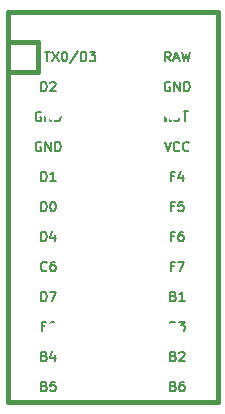
<source format=gto>
G04 #@! TF.GenerationSoftware,KiCad,Pcbnew,(5.1.4-0)*
G04 #@! TF.CreationDate,2021-02-22T20:17:48-07:00*
G04 #@! TF.ProjectId,electrolyte,656c6563-7472-46f6-9c79-74652e6b6963,rev?*
G04 #@! TF.SameCoordinates,Original*
G04 #@! TF.FileFunction,Legend,Top*
G04 #@! TF.FilePolarity,Positive*
%FSLAX46Y46*%
G04 Gerber Fmt 4.6, Leading zero omitted, Abs format (unit mm)*
G04 Created by KiCad (PCBNEW (5.1.4-0)) date 2021-02-22 20:17:48*
%MOMM*%
%LPD*%
G04 APERTURE LIST*
%ADD10C,0.381000*%
%ADD11C,0.150000*%
%ADD12C,4.502000*%
%ADD13C,4.089800*%
%ADD14C,1.852000*%
%ADD15C,1.854600*%
%ADD16R,1.854600X1.854600*%
%ADD17R,1.702000X1.702000*%
%ADD18C,1.702000*%
G04 APERTURE END LIST*
D10*
X38639750Y-19970750D02*
X36099750Y-19970750D01*
X36099750Y-17430750D02*
X36099750Y-19970750D01*
X53879750Y-17430750D02*
X36099750Y-17430750D01*
X53879750Y-19970750D02*
X53879750Y-17430750D01*
D11*
G36*
X49921318Y-26450110D02*
G01*
X49921318Y-26650110D01*
X49821318Y-26650110D01*
X49821318Y-26450110D01*
X49921318Y-26450110D01*
G37*
X49921318Y-26450110D02*
X49921318Y-26650110D01*
X49821318Y-26650110D01*
X49821318Y-26450110D01*
X49921318Y-26450110D01*
G36*
X49521318Y-25850110D02*
G01*
X49521318Y-26650110D01*
X49421318Y-26650110D01*
X49421318Y-25850110D01*
X49521318Y-25850110D01*
G37*
X49521318Y-25850110D02*
X49521318Y-26650110D01*
X49421318Y-26650110D01*
X49421318Y-25850110D01*
X49521318Y-25850110D01*
G36*
X49921318Y-25850110D02*
G01*
X49921318Y-25950110D01*
X49421318Y-25950110D01*
X49421318Y-25850110D01*
X49921318Y-25850110D01*
G37*
X49921318Y-25850110D02*
X49921318Y-25950110D01*
X49421318Y-25950110D01*
X49421318Y-25850110D01*
X49921318Y-25850110D01*
G36*
X49721318Y-26250110D02*
G01*
X49721318Y-26350110D01*
X49621318Y-26350110D01*
X49621318Y-26250110D01*
X49721318Y-26250110D01*
G37*
X49721318Y-26250110D02*
X49721318Y-26350110D01*
X49621318Y-26350110D01*
X49621318Y-26250110D01*
X49721318Y-26250110D01*
G36*
X49921318Y-25850110D02*
G01*
X49921318Y-26150110D01*
X49821318Y-26150110D01*
X49821318Y-25850110D01*
X49921318Y-25850110D01*
G37*
X49921318Y-25850110D02*
X49921318Y-26150110D01*
X49821318Y-26150110D01*
X49821318Y-25850110D01*
X49921318Y-25850110D01*
D10*
X38639750Y-22510750D02*
X36099750Y-22510750D01*
X38639750Y-19970750D02*
X38639750Y-22510750D01*
X53879750Y-50450750D02*
X53879750Y-19970750D01*
X36099750Y-50450750D02*
X53879750Y-50450750D01*
X36099750Y-19970750D02*
X36099750Y-50450750D01*
D11*
X39227401Y-20802654D02*
X39684544Y-20802654D01*
X39455973Y-21602654D02*
X39455973Y-20802654D01*
X39875020Y-20802654D02*
X40408354Y-21602654D01*
X40408354Y-20802654D02*
X39875020Y-21602654D01*
X40865497Y-20802654D02*
X40941687Y-20802654D01*
X41017878Y-20840750D01*
X41055973Y-20878845D01*
X41094068Y-20955035D01*
X41132163Y-21107416D01*
X41132163Y-21297892D01*
X41094068Y-21450273D01*
X41055973Y-21526464D01*
X41017878Y-21564559D01*
X40941687Y-21602654D01*
X40865497Y-21602654D01*
X40789306Y-21564559D01*
X40751211Y-21526464D01*
X40713116Y-21450273D01*
X40675020Y-21297892D01*
X40675020Y-21107416D01*
X40713116Y-20955035D01*
X40751211Y-20878845D01*
X40789306Y-20840750D01*
X40865497Y-20802654D01*
X42046449Y-20764559D02*
X41360735Y-21793130D01*
X42313116Y-21602654D02*
X42313116Y-20802654D01*
X42503592Y-20802654D01*
X42617878Y-20840750D01*
X42694068Y-20916940D01*
X42732163Y-20993130D01*
X42770258Y-21145511D01*
X42770258Y-21259797D01*
X42732163Y-21412178D01*
X42694068Y-21488369D01*
X42617878Y-21564559D01*
X42503592Y-21602654D01*
X42313116Y-21602654D01*
X43036925Y-20802654D02*
X43532163Y-20802654D01*
X43265497Y-21107416D01*
X43379782Y-21107416D01*
X43455973Y-21145511D01*
X43494068Y-21183607D01*
X43532163Y-21259797D01*
X43532163Y-21450273D01*
X43494068Y-21526464D01*
X43455973Y-21564559D01*
X43379782Y-21602654D01*
X43151211Y-21602654D01*
X43075020Y-21564559D01*
X43036925Y-21526464D01*
X38938273Y-24142654D02*
X38938273Y-23342654D01*
X39128750Y-23342654D01*
X39243035Y-23380750D01*
X39319226Y-23456940D01*
X39357321Y-23533130D01*
X39395416Y-23685511D01*
X39395416Y-23799797D01*
X39357321Y-23952178D01*
X39319226Y-24028369D01*
X39243035Y-24104559D01*
X39128750Y-24142654D01*
X38938273Y-24142654D01*
X39700178Y-23418845D02*
X39738273Y-23380750D01*
X39814464Y-23342654D01*
X40004940Y-23342654D01*
X40081130Y-23380750D01*
X40119226Y-23418845D01*
X40157321Y-23495035D01*
X40157321Y-23571226D01*
X40119226Y-23685511D01*
X39662083Y-24142654D01*
X40157321Y-24142654D01*
X38938273Y-34302654D02*
X38938273Y-33502654D01*
X39128750Y-33502654D01*
X39243035Y-33540750D01*
X39319226Y-33616940D01*
X39357321Y-33693130D01*
X39395416Y-33845511D01*
X39395416Y-33959797D01*
X39357321Y-34112178D01*
X39319226Y-34188369D01*
X39243035Y-34264559D01*
X39128750Y-34302654D01*
X38938273Y-34302654D01*
X39890654Y-33502654D02*
X39966845Y-33502654D01*
X40043035Y-33540750D01*
X40081130Y-33578845D01*
X40119226Y-33655035D01*
X40157321Y-33807416D01*
X40157321Y-33997892D01*
X40119226Y-34150273D01*
X40081130Y-34226464D01*
X40043035Y-34264559D01*
X39966845Y-34302654D01*
X39890654Y-34302654D01*
X39814464Y-34264559D01*
X39776369Y-34226464D01*
X39738273Y-34150273D01*
X39700178Y-33997892D01*
X39700178Y-33807416D01*
X39738273Y-33655035D01*
X39776369Y-33578845D01*
X39814464Y-33540750D01*
X39890654Y-33502654D01*
X38938273Y-31762654D02*
X38938273Y-30962654D01*
X39128750Y-30962654D01*
X39243035Y-31000750D01*
X39319226Y-31076940D01*
X39357321Y-31153130D01*
X39395416Y-31305511D01*
X39395416Y-31419797D01*
X39357321Y-31572178D01*
X39319226Y-31648369D01*
X39243035Y-31724559D01*
X39128750Y-31762654D01*
X38938273Y-31762654D01*
X40157321Y-31762654D02*
X39700178Y-31762654D01*
X39928750Y-31762654D02*
X39928750Y-30962654D01*
X39852559Y-31076940D01*
X39776369Y-31153130D01*
X39700178Y-31191226D01*
X38919226Y-28460750D02*
X38843035Y-28422654D01*
X38728750Y-28422654D01*
X38614464Y-28460750D01*
X38538273Y-28536940D01*
X38500178Y-28613130D01*
X38462083Y-28765511D01*
X38462083Y-28879797D01*
X38500178Y-29032178D01*
X38538273Y-29108369D01*
X38614464Y-29184559D01*
X38728750Y-29222654D01*
X38804940Y-29222654D01*
X38919226Y-29184559D01*
X38957321Y-29146464D01*
X38957321Y-28879797D01*
X38804940Y-28879797D01*
X39300178Y-29222654D02*
X39300178Y-28422654D01*
X39757321Y-29222654D01*
X39757321Y-28422654D01*
X40138273Y-29222654D02*
X40138273Y-28422654D01*
X40328750Y-28422654D01*
X40443035Y-28460750D01*
X40519226Y-28536940D01*
X40557321Y-28613130D01*
X40595416Y-28765511D01*
X40595416Y-28879797D01*
X40557321Y-29032178D01*
X40519226Y-29108369D01*
X40443035Y-29184559D01*
X40328750Y-29222654D01*
X40138273Y-29222654D01*
X38919226Y-25920750D02*
X38843035Y-25882654D01*
X38728750Y-25882654D01*
X38614464Y-25920750D01*
X38538273Y-25996940D01*
X38500178Y-26073130D01*
X38462083Y-26225511D01*
X38462083Y-26339797D01*
X38500178Y-26492178D01*
X38538273Y-26568369D01*
X38614464Y-26644559D01*
X38728750Y-26682654D01*
X38804940Y-26682654D01*
X38919226Y-26644559D01*
X38957321Y-26606464D01*
X38957321Y-26339797D01*
X38804940Y-26339797D01*
X39300178Y-26682654D02*
X39300178Y-25882654D01*
X39757321Y-26682654D01*
X39757321Y-25882654D01*
X40138273Y-26682654D02*
X40138273Y-25882654D01*
X40328750Y-25882654D01*
X40443035Y-25920750D01*
X40519226Y-25996940D01*
X40557321Y-26073130D01*
X40595416Y-26225511D01*
X40595416Y-26339797D01*
X40557321Y-26492178D01*
X40519226Y-26568369D01*
X40443035Y-26644559D01*
X40328750Y-26682654D01*
X40138273Y-26682654D01*
X38938273Y-36842654D02*
X38938273Y-36042654D01*
X39128750Y-36042654D01*
X39243035Y-36080750D01*
X39319226Y-36156940D01*
X39357321Y-36233130D01*
X39395416Y-36385511D01*
X39395416Y-36499797D01*
X39357321Y-36652178D01*
X39319226Y-36728369D01*
X39243035Y-36804559D01*
X39128750Y-36842654D01*
X38938273Y-36842654D01*
X40081130Y-36309321D02*
X40081130Y-36842654D01*
X39890654Y-36004559D02*
X39700178Y-36575988D01*
X40195416Y-36575988D01*
X39395416Y-39306464D02*
X39357321Y-39344559D01*
X39243035Y-39382654D01*
X39166845Y-39382654D01*
X39052559Y-39344559D01*
X38976369Y-39268369D01*
X38938273Y-39192178D01*
X38900178Y-39039797D01*
X38900178Y-38925511D01*
X38938273Y-38773130D01*
X38976369Y-38696940D01*
X39052559Y-38620750D01*
X39166845Y-38582654D01*
X39243035Y-38582654D01*
X39357321Y-38620750D01*
X39395416Y-38658845D01*
X40081130Y-38582654D02*
X39928750Y-38582654D01*
X39852559Y-38620750D01*
X39814464Y-38658845D01*
X39738273Y-38773130D01*
X39700178Y-38925511D01*
X39700178Y-39230273D01*
X39738273Y-39306464D01*
X39776369Y-39344559D01*
X39852559Y-39382654D01*
X40004940Y-39382654D01*
X40081130Y-39344559D01*
X40119226Y-39306464D01*
X40157321Y-39230273D01*
X40157321Y-39039797D01*
X40119226Y-38963607D01*
X40081130Y-38925511D01*
X40004940Y-38887416D01*
X39852559Y-38887416D01*
X39776369Y-38925511D01*
X39738273Y-38963607D01*
X39700178Y-39039797D01*
X38938273Y-41922654D02*
X38938273Y-41122654D01*
X39128750Y-41122654D01*
X39243035Y-41160750D01*
X39319226Y-41236940D01*
X39357321Y-41313130D01*
X39395416Y-41465511D01*
X39395416Y-41579797D01*
X39357321Y-41732178D01*
X39319226Y-41808369D01*
X39243035Y-41884559D01*
X39128750Y-41922654D01*
X38938273Y-41922654D01*
X39662083Y-41122654D02*
X40195416Y-41122654D01*
X39852559Y-41922654D01*
X38976369Y-44043607D02*
X39243035Y-44043607D01*
X39357321Y-44462654D02*
X38976369Y-44462654D01*
X38976369Y-43662654D01*
X39357321Y-43662654D01*
X40043035Y-43662654D02*
X39890654Y-43662654D01*
X39814464Y-43700750D01*
X39776369Y-43738845D01*
X39700178Y-43853130D01*
X39662083Y-44005511D01*
X39662083Y-44310273D01*
X39700178Y-44386464D01*
X39738273Y-44424559D01*
X39814464Y-44462654D01*
X39966845Y-44462654D01*
X40043035Y-44424559D01*
X40081130Y-44386464D01*
X40119226Y-44310273D01*
X40119226Y-44119797D01*
X40081130Y-44043607D01*
X40043035Y-44005511D01*
X39966845Y-43967416D01*
X39814464Y-43967416D01*
X39738273Y-44005511D01*
X39700178Y-44043607D01*
X39662083Y-44119797D01*
X39204940Y-46583607D02*
X39319226Y-46621702D01*
X39357321Y-46659797D01*
X39395416Y-46735988D01*
X39395416Y-46850273D01*
X39357321Y-46926464D01*
X39319226Y-46964559D01*
X39243035Y-47002654D01*
X38938273Y-47002654D01*
X38938273Y-46202654D01*
X39204940Y-46202654D01*
X39281130Y-46240750D01*
X39319226Y-46278845D01*
X39357321Y-46355035D01*
X39357321Y-46431226D01*
X39319226Y-46507416D01*
X39281130Y-46545511D01*
X39204940Y-46583607D01*
X38938273Y-46583607D01*
X40081130Y-46469321D02*
X40081130Y-47002654D01*
X39890654Y-46164559D02*
X39700178Y-46735988D01*
X40195416Y-46735988D01*
X39204940Y-49123607D02*
X39319226Y-49161702D01*
X39357321Y-49199797D01*
X39395416Y-49275988D01*
X39395416Y-49390273D01*
X39357321Y-49466464D01*
X39319226Y-49504559D01*
X39243035Y-49542654D01*
X38938273Y-49542654D01*
X38938273Y-48742654D01*
X39204940Y-48742654D01*
X39281130Y-48780750D01*
X39319226Y-48818845D01*
X39357321Y-48895035D01*
X39357321Y-48971226D01*
X39319226Y-49047416D01*
X39281130Y-49085511D01*
X39204940Y-49123607D01*
X38938273Y-49123607D01*
X40119226Y-48742654D02*
X39738273Y-48742654D01*
X39700178Y-49123607D01*
X39738273Y-49085511D01*
X39814464Y-49047416D01*
X40004940Y-49047416D01*
X40081130Y-49085511D01*
X40119226Y-49123607D01*
X40157321Y-49199797D01*
X40157321Y-49390273D01*
X40119226Y-49466464D01*
X40081130Y-49504559D01*
X40004940Y-49542654D01*
X39814464Y-49542654D01*
X39738273Y-49504559D01*
X39700178Y-49466464D01*
X50126940Y-49123607D02*
X50241226Y-49161702D01*
X50279321Y-49199797D01*
X50317416Y-49275988D01*
X50317416Y-49390273D01*
X50279321Y-49466464D01*
X50241226Y-49504559D01*
X50165035Y-49542654D01*
X49860273Y-49542654D01*
X49860273Y-48742654D01*
X50126940Y-48742654D01*
X50203130Y-48780750D01*
X50241226Y-48818845D01*
X50279321Y-48895035D01*
X50279321Y-48971226D01*
X50241226Y-49047416D01*
X50203130Y-49085511D01*
X50126940Y-49123607D01*
X49860273Y-49123607D01*
X51003130Y-48742654D02*
X50850750Y-48742654D01*
X50774559Y-48780750D01*
X50736464Y-48818845D01*
X50660273Y-48933130D01*
X50622178Y-49085511D01*
X50622178Y-49390273D01*
X50660273Y-49466464D01*
X50698369Y-49504559D01*
X50774559Y-49542654D01*
X50926940Y-49542654D01*
X51003130Y-49504559D01*
X51041226Y-49466464D01*
X51079321Y-49390273D01*
X51079321Y-49199797D01*
X51041226Y-49123607D01*
X51003130Y-49085511D01*
X50926940Y-49047416D01*
X50774559Y-49047416D01*
X50698369Y-49085511D01*
X50660273Y-49123607D01*
X50622178Y-49199797D01*
X50126940Y-44043607D02*
X50241226Y-44081702D01*
X50279321Y-44119797D01*
X50317416Y-44195988D01*
X50317416Y-44310273D01*
X50279321Y-44386464D01*
X50241226Y-44424559D01*
X50165035Y-44462654D01*
X49860273Y-44462654D01*
X49860273Y-43662654D01*
X50126940Y-43662654D01*
X50203130Y-43700750D01*
X50241226Y-43738845D01*
X50279321Y-43815035D01*
X50279321Y-43891226D01*
X50241226Y-43967416D01*
X50203130Y-44005511D01*
X50126940Y-44043607D01*
X49860273Y-44043607D01*
X50584083Y-43662654D02*
X51079321Y-43662654D01*
X50812654Y-43967416D01*
X50926940Y-43967416D01*
X51003130Y-44005511D01*
X51041226Y-44043607D01*
X51079321Y-44119797D01*
X51079321Y-44310273D01*
X51041226Y-44386464D01*
X51003130Y-44424559D01*
X50926940Y-44462654D01*
X50698369Y-44462654D01*
X50622178Y-44424559D01*
X50584083Y-44386464D01*
X50126940Y-41503607D02*
X50241226Y-41541702D01*
X50279321Y-41579797D01*
X50317416Y-41655988D01*
X50317416Y-41770273D01*
X50279321Y-41846464D01*
X50241226Y-41884559D01*
X50165035Y-41922654D01*
X49860273Y-41922654D01*
X49860273Y-41122654D01*
X50126940Y-41122654D01*
X50203130Y-41160750D01*
X50241226Y-41198845D01*
X50279321Y-41275035D01*
X50279321Y-41351226D01*
X50241226Y-41427416D01*
X50203130Y-41465511D01*
X50126940Y-41503607D01*
X49860273Y-41503607D01*
X51079321Y-41922654D02*
X50622178Y-41922654D01*
X50850750Y-41922654D02*
X50850750Y-41122654D01*
X50774559Y-41236940D01*
X50698369Y-41313130D01*
X50622178Y-41351226D01*
X50184083Y-31343607D02*
X49917416Y-31343607D01*
X49917416Y-31762654D02*
X49917416Y-30962654D01*
X50298369Y-30962654D01*
X50945988Y-31229321D02*
X50945988Y-31762654D01*
X50755511Y-30924559D02*
X50565035Y-31495988D01*
X51060273Y-31495988D01*
X49384083Y-28422654D02*
X49650750Y-29222654D01*
X49917416Y-28422654D01*
X50641226Y-29146464D02*
X50603130Y-29184559D01*
X50488845Y-29222654D01*
X50412654Y-29222654D01*
X50298369Y-29184559D01*
X50222178Y-29108369D01*
X50184083Y-29032178D01*
X50145988Y-28879797D01*
X50145988Y-28765511D01*
X50184083Y-28613130D01*
X50222178Y-28536940D01*
X50298369Y-28460750D01*
X50412654Y-28422654D01*
X50488845Y-28422654D01*
X50603130Y-28460750D01*
X50641226Y-28498845D01*
X51441226Y-29146464D02*
X51403130Y-29184559D01*
X51288845Y-29222654D01*
X51212654Y-29222654D01*
X51098369Y-29184559D01*
X51022178Y-29108369D01*
X50984083Y-29032178D01*
X50945988Y-28879797D01*
X50945988Y-28765511D01*
X50984083Y-28613130D01*
X51022178Y-28536940D01*
X51098369Y-28460750D01*
X51212654Y-28422654D01*
X51288845Y-28422654D01*
X51403130Y-28460750D01*
X51441226Y-28498845D01*
X50189536Y-26614559D02*
X50303822Y-26652654D01*
X50494298Y-26652654D01*
X50570489Y-26614559D01*
X50608584Y-26576464D01*
X50646679Y-26500273D01*
X50646679Y-26424083D01*
X50608584Y-26347892D01*
X50570489Y-26309797D01*
X50494298Y-26271702D01*
X50341917Y-26233607D01*
X50265727Y-26195511D01*
X50227631Y-26157416D01*
X50189536Y-26081226D01*
X50189536Y-26005035D01*
X50227631Y-25928845D01*
X50265727Y-25890750D01*
X50341917Y-25852654D01*
X50532393Y-25852654D01*
X50646679Y-25890750D01*
X50875250Y-25852654D02*
X51332393Y-25852654D01*
X51103822Y-26652654D02*
X51103822Y-25852654D01*
X49841226Y-23380750D02*
X49765035Y-23342654D01*
X49650750Y-23342654D01*
X49536464Y-23380750D01*
X49460273Y-23456940D01*
X49422178Y-23533130D01*
X49384083Y-23685511D01*
X49384083Y-23799797D01*
X49422178Y-23952178D01*
X49460273Y-24028369D01*
X49536464Y-24104559D01*
X49650750Y-24142654D01*
X49726940Y-24142654D01*
X49841226Y-24104559D01*
X49879321Y-24066464D01*
X49879321Y-23799797D01*
X49726940Y-23799797D01*
X50222178Y-24142654D02*
X50222178Y-23342654D01*
X50679321Y-24142654D01*
X50679321Y-23342654D01*
X51060273Y-24142654D02*
X51060273Y-23342654D01*
X51250750Y-23342654D01*
X51365035Y-23380750D01*
X51441226Y-23456940D01*
X51479321Y-23533130D01*
X51517416Y-23685511D01*
X51517416Y-23799797D01*
X51479321Y-23952178D01*
X51441226Y-24028369D01*
X51365035Y-24104559D01*
X51250750Y-24142654D01*
X51060273Y-24142654D01*
X49898369Y-21602654D02*
X49631702Y-21221702D01*
X49441226Y-21602654D02*
X49441226Y-20802654D01*
X49745988Y-20802654D01*
X49822178Y-20840750D01*
X49860273Y-20878845D01*
X49898369Y-20955035D01*
X49898369Y-21069321D01*
X49860273Y-21145511D01*
X49822178Y-21183607D01*
X49745988Y-21221702D01*
X49441226Y-21221702D01*
X50203130Y-21374083D02*
X50584083Y-21374083D01*
X50126940Y-21602654D02*
X50393607Y-20802654D01*
X50660273Y-21602654D01*
X50850750Y-20802654D02*
X51041226Y-21602654D01*
X51193607Y-21031226D01*
X51345988Y-21602654D01*
X51536464Y-20802654D01*
X50184083Y-33883607D02*
X49917416Y-33883607D01*
X49917416Y-34302654D02*
X49917416Y-33502654D01*
X50298369Y-33502654D01*
X50984083Y-33502654D02*
X50603130Y-33502654D01*
X50565035Y-33883607D01*
X50603130Y-33845511D01*
X50679321Y-33807416D01*
X50869797Y-33807416D01*
X50945988Y-33845511D01*
X50984083Y-33883607D01*
X51022178Y-33959797D01*
X51022178Y-34150273D01*
X50984083Y-34226464D01*
X50945988Y-34264559D01*
X50869797Y-34302654D01*
X50679321Y-34302654D01*
X50603130Y-34264559D01*
X50565035Y-34226464D01*
X50184083Y-36423607D02*
X49917416Y-36423607D01*
X49917416Y-36842654D02*
X49917416Y-36042654D01*
X50298369Y-36042654D01*
X50945988Y-36042654D02*
X50793607Y-36042654D01*
X50717416Y-36080750D01*
X50679321Y-36118845D01*
X50603130Y-36233130D01*
X50565035Y-36385511D01*
X50565035Y-36690273D01*
X50603130Y-36766464D01*
X50641226Y-36804559D01*
X50717416Y-36842654D01*
X50869797Y-36842654D01*
X50945988Y-36804559D01*
X50984083Y-36766464D01*
X51022178Y-36690273D01*
X51022178Y-36499797D01*
X50984083Y-36423607D01*
X50945988Y-36385511D01*
X50869797Y-36347416D01*
X50717416Y-36347416D01*
X50641226Y-36385511D01*
X50603130Y-36423607D01*
X50565035Y-36499797D01*
X50184083Y-38963607D02*
X49917416Y-38963607D01*
X49917416Y-39382654D02*
X49917416Y-38582654D01*
X50298369Y-38582654D01*
X50526940Y-38582654D02*
X51060273Y-38582654D01*
X50717416Y-39382654D01*
X50126940Y-46583607D02*
X50241226Y-46621702D01*
X50279321Y-46659797D01*
X50317416Y-46735988D01*
X50317416Y-46850273D01*
X50279321Y-46926464D01*
X50241226Y-46964559D01*
X50165035Y-47002654D01*
X49860273Y-47002654D01*
X49860273Y-46202654D01*
X50126940Y-46202654D01*
X50203130Y-46240750D01*
X50241226Y-46278845D01*
X50279321Y-46355035D01*
X50279321Y-46431226D01*
X50241226Y-46507416D01*
X50203130Y-46545511D01*
X50126940Y-46583607D01*
X49860273Y-46583607D01*
X50622178Y-46278845D02*
X50660273Y-46240750D01*
X50736464Y-46202654D01*
X50926940Y-46202654D01*
X51003130Y-46240750D01*
X51041226Y-46278845D01*
X51079321Y-46355035D01*
X51079321Y-46431226D01*
X51041226Y-46545511D01*
X50584083Y-47002654D01*
X51079321Y-47002654D01*
%LPC*%
D12*
X111633000Y-54229000D03*
X187833000Y-35179000D03*
X187960000Y-73279000D03*
X35306000Y-73279000D03*
X33528000Y-35179000D03*
D13*
X197389750Y-82835750D03*
D14*
X192309750Y-82835750D03*
X202469750Y-82835750D03*
D13*
X197389750Y-63785750D03*
D14*
X192309750Y-63785750D03*
X202469750Y-63785750D03*
D13*
X197389750Y-44735750D03*
D14*
X192309750Y-44735750D03*
X202469750Y-44735750D03*
D13*
X197389750Y-25685750D03*
D14*
X192309750Y-25685750D03*
X202469750Y-25685750D03*
D13*
X178339750Y-82835750D03*
D14*
X173259750Y-82835750D03*
X183419750Y-82835750D03*
D13*
X178339750Y-63785750D03*
D14*
X173259750Y-63785750D03*
X183419750Y-63785750D03*
D13*
X178339750Y-44735750D03*
D14*
X173259750Y-44735750D03*
X183419750Y-44735750D03*
D13*
X178339750Y-25685750D03*
D14*
X173259750Y-25685750D03*
X183419750Y-25685750D03*
D13*
X159289750Y-82835750D03*
D14*
X154209750Y-82835750D03*
X164369750Y-82835750D03*
D13*
X159289750Y-63785750D03*
D14*
X154209750Y-63785750D03*
X164369750Y-63785750D03*
D13*
X159289750Y-44735750D03*
D14*
X154209750Y-44735750D03*
X164369750Y-44735750D03*
D13*
X159289750Y-25685750D03*
D14*
X154209750Y-25685750D03*
X164369750Y-25685750D03*
D13*
X140239750Y-82835750D03*
D14*
X135159750Y-82835750D03*
X145319750Y-82835750D03*
D13*
X140239750Y-63785750D03*
D14*
X135159750Y-63785750D03*
X145319750Y-63785750D03*
D13*
X140239750Y-44735750D03*
D14*
X135159750Y-44735750D03*
X145319750Y-44735750D03*
D13*
X140239750Y-25685750D03*
D14*
X135159750Y-25685750D03*
X145319750Y-25685750D03*
D13*
X121189750Y-82835750D03*
D14*
X116109750Y-82835750D03*
X126269750Y-82835750D03*
D13*
X121189750Y-63785750D03*
D14*
X116109750Y-63785750D03*
X126269750Y-63785750D03*
D13*
X121189750Y-44735750D03*
D14*
X116109750Y-44735750D03*
X126269750Y-44735750D03*
D13*
X121189750Y-25685750D03*
D14*
X116109750Y-25685750D03*
X126269750Y-25685750D03*
D13*
X102139750Y-82835750D03*
D14*
X97059750Y-82835750D03*
X107219750Y-82835750D03*
D13*
X102139750Y-63785750D03*
D14*
X97059750Y-63785750D03*
X107219750Y-63785750D03*
D13*
X102139750Y-44735750D03*
D14*
X97059750Y-44735750D03*
X107219750Y-44735750D03*
D13*
X102139750Y-25685750D03*
D14*
X97059750Y-25685750D03*
X107219750Y-25685750D03*
D13*
X83089750Y-82835750D03*
D14*
X78009750Y-82835750D03*
X88169750Y-82835750D03*
D13*
X83089750Y-63785750D03*
D14*
X78009750Y-63785750D03*
X88169750Y-63785750D03*
D13*
X83089750Y-44735750D03*
D14*
X78009750Y-44735750D03*
X88169750Y-44735750D03*
D13*
X83089750Y-25685750D03*
D14*
X78009750Y-25685750D03*
X88169750Y-25685750D03*
D13*
X64039750Y-82835750D03*
D14*
X58959750Y-82835750D03*
X69119750Y-82835750D03*
D13*
X64039750Y-63785750D03*
D14*
X58959750Y-63785750D03*
X69119750Y-63785750D03*
D13*
X64039750Y-44735750D03*
D14*
X58959750Y-44735750D03*
X69119750Y-44735750D03*
D13*
X64039750Y-25685750D03*
D14*
X58959750Y-25685750D03*
X69119750Y-25685750D03*
D13*
X44989750Y-82835750D03*
D14*
X39909750Y-82835750D03*
X50069750Y-82835750D03*
D13*
X44989750Y-63785750D03*
D14*
X39909750Y-63785750D03*
X50069750Y-63785750D03*
D13*
X44989750Y-44735750D03*
D14*
X39909750Y-44735750D03*
X50069750Y-44735750D03*
D13*
X44989750Y-25685750D03*
D14*
X39909750Y-25685750D03*
X50069750Y-25685750D03*
D13*
X25939750Y-82835750D03*
D14*
X20859750Y-82835750D03*
X31019750Y-82835750D03*
D13*
X25939750Y-63785750D03*
D14*
X20859750Y-63785750D03*
X31019750Y-63785750D03*
D13*
X25939750Y-44735750D03*
D14*
X20859750Y-44735750D03*
X31019750Y-44735750D03*
D13*
X25939750Y-25685750D03*
D14*
X20859750Y-25685750D03*
X31019750Y-25685750D03*
D15*
X52609750Y-21240750D03*
X37369750Y-49180750D03*
X52609750Y-23780750D03*
X52609750Y-26320750D03*
X52609750Y-28860750D03*
X52609750Y-31400750D03*
X52609750Y-33940750D03*
X52609750Y-36480750D03*
X52609750Y-39020750D03*
X52609750Y-41560750D03*
X52609750Y-44100750D03*
X52609750Y-46640750D03*
X52609750Y-49180750D03*
X37369750Y-46640750D03*
X37369750Y-44100750D03*
X37369750Y-41560750D03*
X37369750Y-39020750D03*
X37369750Y-36480750D03*
X37369750Y-33940750D03*
X37369750Y-31400750D03*
X37369750Y-28860750D03*
X37369750Y-26320750D03*
X37369750Y-23780750D03*
D16*
X37369750Y-21240750D03*
D17*
X189261750Y-86862750D03*
D18*
X189261750Y-79062750D03*
D17*
X189261750Y-67812750D03*
D18*
X189261750Y-60012750D03*
D17*
X189261750Y-48762750D03*
D18*
X189261750Y-40962750D03*
D17*
X189261750Y-29712750D03*
D18*
X189261750Y-21912750D03*
D17*
X186467750Y-86862750D03*
D18*
X186467750Y-79062750D03*
D17*
X186467750Y-67812750D03*
D18*
X186467750Y-60012750D03*
D17*
X186467750Y-48762750D03*
D18*
X186467750Y-40962750D03*
D17*
X186467750Y-29712750D03*
D18*
X186467750Y-21912750D03*
D17*
X167417750Y-86862750D03*
D18*
X167417750Y-79062750D03*
D17*
X167417750Y-67812750D03*
D18*
X167417750Y-60012750D03*
D17*
X167417750Y-48762750D03*
D18*
X167417750Y-40962750D03*
D17*
X167417750Y-29712750D03*
D18*
X167417750Y-21912750D03*
D17*
X148367750Y-86862750D03*
D18*
X148367750Y-79062750D03*
D17*
X148367750Y-67812750D03*
D18*
X148367750Y-60012750D03*
D17*
X148367750Y-48762750D03*
D18*
X148367750Y-40962750D03*
D17*
X148367750Y-29712750D03*
D18*
X148367750Y-21912750D03*
D17*
X129317750Y-86862750D03*
D18*
X129317750Y-79062750D03*
D17*
X129317750Y-67812750D03*
D18*
X129317750Y-60012750D03*
D17*
X129317750Y-48762750D03*
D18*
X129317750Y-40962750D03*
D17*
X129317750Y-29712750D03*
D18*
X129317750Y-21912750D03*
D17*
X110267750Y-86862750D03*
D18*
X110267750Y-79062750D03*
D17*
X110267750Y-67812750D03*
D18*
X110267750Y-60012750D03*
D17*
X110267750Y-48762750D03*
D18*
X110267750Y-40962750D03*
D17*
X110267750Y-29712750D03*
D18*
X110267750Y-21912750D03*
D17*
X91217750Y-86862750D03*
D18*
X91217750Y-79062750D03*
D17*
X91217750Y-67812750D03*
D18*
X91217750Y-60012750D03*
D17*
X91217750Y-48762750D03*
D18*
X91217750Y-40962750D03*
D17*
X91217750Y-29712750D03*
D18*
X91217750Y-21912750D03*
D17*
X72167750Y-86862750D03*
D18*
X72167750Y-79062750D03*
D17*
X72167750Y-67812750D03*
D18*
X72167750Y-60012750D03*
D17*
X72167750Y-48762750D03*
D18*
X72167750Y-40962750D03*
D17*
X72167750Y-29712750D03*
D18*
X72167750Y-21912750D03*
D17*
X55911750Y-86862750D03*
D18*
X55911750Y-79062750D03*
D17*
X55911750Y-67812750D03*
D18*
X55911750Y-60012750D03*
D17*
X55911750Y-48762750D03*
D18*
X55911750Y-40962750D03*
D17*
X55911750Y-29712750D03*
D18*
X55911750Y-21912750D03*
D17*
X34067750Y-86862750D03*
D18*
X34067750Y-79062750D03*
D17*
X34067750Y-67812750D03*
D18*
X34067750Y-60012750D03*
D17*
X34067750Y-48762750D03*
D18*
X34067750Y-40962750D03*
D17*
X34067750Y-29712750D03*
D18*
X34067750Y-21912750D03*
M02*

</source>
